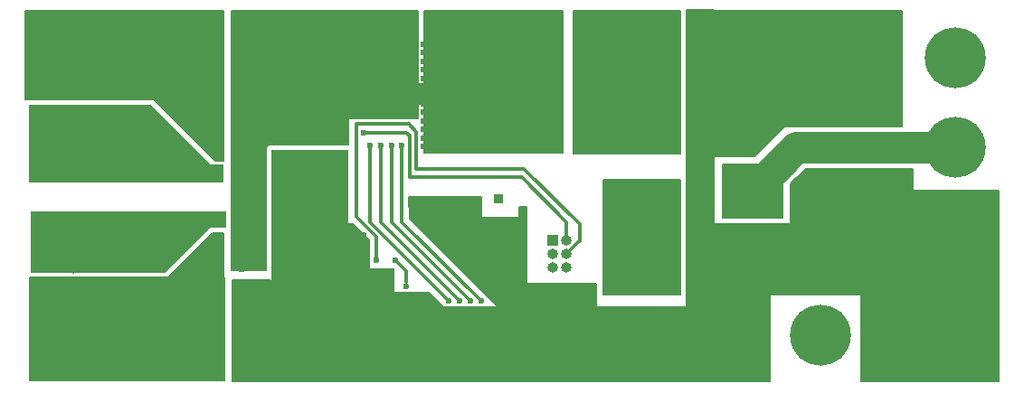
<source format=gbr>
%TF.GenerationSoftware,KiCad,Pcbnew,8.0.1*%
%TF.CreationDate,2024-04-29T22:00:12+02:00*%
%TF.ProjectId,ECU_proj,4543555f-7072-46f6-9a2e-6b696361645f,rev?*%
%TF.SameCoordinates,Original*%
%TF.FileFunction,Copper,L2,Bot*%
%TF.FilePolarity,Positive*%
%FSLAX46Y46*%
G04 Gerber Fmt 4.6, Leading zero omitted, Abs format (unit mm)*
G04 Created by KiCad (PCBNEW 8.0.1) date 2024-04-29 22:00:12*
%MOMM*%
%LPD*%
G01*
G04 APERTURE LIST*
%TA.AperFunction,Conductor*%
%ADD10C,0.200000*%
%TD*%
%TA.AperFunction,Conductor*%
%ADD11C,0.000000*%
%TD*%
%TA.AperFunction,ComponentPad*%
%ADD12C,3.600000*%
%TD*%
%TA.AperFunction,ConnectorPad*%
%ADD13C,5.700000*%
%TD*%
%TA.AperFunction,ComponentPad*%
%ADD14R,1.000000X1.000000*%
%TD*%
%TA.AperFunction,ComponentPad*%
%ADD15O,1.000000X1.000000*%
%TD*%
%TA.AperFunction,ComponentPad*%
%ADD16R,0.850000X0.850000*%
%TD*%
%TA.AperFunction,ViaPad*%
%ADD17C,0.600000*%
%TD*%
%TA.AperFunction,Conductor*%
%ADD18C,0.300000*%
%TD*%
%TA.AperFunction,Conductor*%
%ADD19C,2.000000*%
%TD*%
%TA.AperFunction,Conductor*%
%ADD20C,3.000000*%
%TD*%
G04 APERTURE END LIST*
%TO.N,GND*%
D10*
X118100000Y-80400000D02*
X121700000Y-80400000D01*
X121700000Y-83000000D01*
X118100000Y-83000000D01*
X118100000Y-80400000D01*
%TA.AperFunction,Conductor*%
G36*
X118100000Y-80400000D02*
G01*
X121700000Y-80400000D01*
X121700000Y-83000000D01*
X118100000Y-83000000D01*
X118100000Y-80400000D01*
G37*
%TD.AperFunction*%
D11*
%TA.AperFunction,Conductor*%
G36*
X131000000Y-76600000D02*
G01*
X131000000Y-79300000D01*
X133300000Y-79300000D01*
X133300000Y-81500000D01*
X136500000Y-81500000D01*
X138000000Y-83000000D01*
X128800000Y-83000000D01*
X128800000Y-75100000D01*
X129500000Y-75100000D01*
X131000000Y-76600000D01*
G37*
%TD.AperFunction*%
%TO.N,Net-(J4-Pin_1)*%
D10*
X99200000Y-80200000D02*
X117400000Y-80200000D01*
X117400000Y-89825000D01*
X99200000Y-89825000D01*
X99200000Y-80200000D01*
%TA.AperFunction,Conductor*%
G36*
X99200000Y-80200000D02*
G01*
X117400000Y-80200000D01*
X117400000Y-89825000D01*
X99200000Y-89825000D01*
X99200000Y-80200000D01*
G37*
%TD.AperFunction*%
%TO.N,GND*%
X171800000Y-70000000D02*
X181800000Y-70000000D01*
X181800000Y-72000000D01*
X171800000Y-72000000D01*
X171800000Y-70000000D01*
%TA.AperFunction,Conductor*%
G36*
X171800000Y-70000000D02*
G01*
X181800000Y-70000000D01*
X181800000Y-72000000D01*
X171800000Y-72000000D01*
X171800000Y-70000000D01*
G37*
%TD.AperFunction*%
X145000000Y-73600000D02*
X145600000Y-73600000D01*
X145600000Y-88400000D01*
X145000000Y-88400000D01*
X145000000Y-73600000D01*
%TA.AperFunction,Conductor*%
G36*
X145000000Y-73600000D02*
G01*
X145600000Y-73600000D01*
X145600000Y-88400000D01*
X145000000Y-88400000D01*
X145000000Y-73600000D01*
G37*
%TD.AperFunction*%
D11*
%TA.AperFunction,Conductor*%
%TO.N,Net-(J2-Pin_1)*%
G36*
X116100000Y-69600000D02*
G01*
X117250000Y-69600000D01*
X117250000Y-71250000D01*
X110500000Y-71250000D01*
X110500000Y-64000000D01*
X116100000Y-69600000D01*
G37*
%TD.AperFunction*%
%TO.N,GND*%
D10*
X177000000Y-72000000D02*
X189875000Y-72000000D01*
X189875000Y-89925000D01*
X177000000Y-89925000D01*
X177000000Y-72000000D01*
%TA.AperFunction,Conductor*%
G36*
X177000000Y-72000000D02*
G01*
X189875000Y-72000000D01*
X189875000Y-89925000D01*
X177000000Y-89925000D01*
X177000000Y-72000000D01*
G37*
%TD.AperFunction*%
%TO.N,/DRV8262/VM*%
X122750000Y-61750000D02*
X125000000Y-61750000D01*
X125000000Y-63500000D01*
X122750000Y-63500000D01*
X122750000Y-61750000D01*
%TA.AperFunction,Conductor*%
G36*
X122750000Y-61750000D02*
G01*
X125000000Y-61750000D01*
X125000000Y-63500000D01*
X122750000Y-63500000D01*
X122750000Y-61750000D01*
G37*
%TD.AperFunction*%
%TO.N,GND*%
X163200000Y-55150000D02*
X180800000Y-55150000D01*
X180800000Y-66000000D01*
X163200000Y-66000000D01*
X163200000Y-55150000D01*
%TA.AperFunction,Conductor*%
G36*
X163200000Y-55150000D02*
G01*
X180800000Y-55150000D01*
X180800000Y-66000000D01*
X163200000Y-66000000D01*
X163200000Y-55150000D01*
G37*
%TD.AperFunction*%
%TO.N,/DRV8262/VM*%
X121000000Y-55200000D02*
X123250000Y-55200000D01*
X123250000Y-65750000D01*
X121000000Y-65750000D01*
X121000000Y-55200000D01*
%TA.AperFunction,Conductor*%
G36*
X121000000Y-55200000D02*
G01*
X123250000Y-55200000D01*
X123250000Y-65750000D01*
X121000000Y-65750000D01*
X121000000Y-55200000D01*
G37*
%TD.AperFunction*%
X121000000Y-55200000D02*
X135500000Y-55200000D01*
X135500000Y-65250000D01*
X121000000Y-65250000D01*
X121000000Y-55200000D01*
%TA.AperFunction,Conductor*%
G36*
X121000000Y-55200000D02*
G01*
X135500000Y-55200000D01*
X135500000Y-65250000D01*
X121000000Y-65250000D01*
X121000000Y-55200000D01*
G37*
%TD.AperFunction*%
%TO.N,GND*%
X118100000Y-83000000D02*
X168400000Y-83000000D01*
X168400000Y-89875000D01*
X118100000Y-89875000D01*
X118100000Y-83000000D01*
%TA.AperFunction,Conductor*%
G36*
X118100000Y-83000000D02*
G01*
X168400000Y-83000000D01*
X168400000Y-89875000D01*
X118100000Y-89875000D01*
X118100000Y-83000000D01*
G37*
%TD.AperFunction*%
%TA.AperFunction,Conductor*%
%TO.N,Net-(J3-Pin_1)*%
G36*
X99250000Y-74000000D02*
G01*
X111750000Y-74000000D01*
X111750000Y-79750000D01*
X99250000Y-79750000D01*
X99250000Y-74000000D01*
G37*
%TD.AperFunction*%
%TO.N,GND*%
X160600000Y-75200000D02*
X170400000Y-75200000D01*
X170400000Y-81800000D01*
X160600000Y-81800000D01*
X160600000Y-75200000D01*
%TA.AperFunction,Conductor*%
G36*
X160600000Y-75200000D02*
G01*
X170400000Y-75200000D01*
X170400000Y-81800000D01*
X160600000Y-81800000D01*
X160600000Y-75200000D01*
G37*
%TD.AperFunction*%
X145200000Y-83000000D02*
X143400000Y-83000000D01*
X135000000Y-74600000D01*
X145200000Y-74600000D01*
X145200000Y-83000000D01*
%TA.AperFunction,Conductor*%
G36*
X145200000Y-83000000D02*
G01*
X143400000Y-83000000D01*
X135000000Y-74600000D01*
X145200000Y-74600000D01*
X145200000Y-83000000D01*
G37*
%TD.AperFunction*%
X171800000Y-71400000D02*
X170400000Y-71400000D01*
X171800000Y-70000000D01*
X171800000Y-71400000D01*
%TA.AperFunction,Conductor*%
G36*
X171800000Y-71400000D02*
G01*
X170400000Y-71400000D01*
X171800000Y-70000000D01*
X171800000Y-71400000D01*
G37*
%TD.AperFunction*%
%TA.AperFunction,Conductor*%
%TO.N,Net-(J2-Pin_1)*%
G36*
X99100000Y-64000000D02*
G01*
X110500000Y-64000000D01*
X110500000Y-71250000D01*
X99100000Y-71250000D01*
X99100000Y-64000000D01*
G37*
%TD.AperFunction*%
%TO.N,/DRV8262/VM*%
X136100000Y-55200000D02*
X149000000Y-55200000D01*
X149000000Y-68500000D01*
X136100000Y-68500000D01*
X136100000Y-55200000D01*
%TA.AperFunction,Conductor*%
G36*
X136100000Y-55200000D02*
G01*
X149000000Y-55200000D01*
X149000000Y-68500000D01*
X136100000Y-68500000D01*
X136100000Y-55200000D01*
G37*
%TD.AperFunction*%
X119750000Y-65250000D02*
X129000000Y-65250000D01*
X129000000Y-67750000D01*
X119750000Y-67750000D01*
X119750000Y-65250000D01*
%TA.AperFunction,Conductor*%
G36*
X119750000Y-65250000D02*
G01*
X129000000Y-65250000D01*
X129000000Y-67750000D01*
X119750000Y-67750000D01*
X119750000Y-65250000D01*
G37*
%TD.AperFunction*%
X118000000Y-55150000D02*
X121250000Y-55150000D01*
X121250000Y-79500000D01*
X118000000Y-79500000D01*
X118000000Y-55150000D01*
%TA.AperFunction,Conductor*%
G36*
X118000000Y-55150000D02*
G01*
X121250000Y-55150000D01*
X121250000Y-79500000D01*
X118000000Y-79500000D01*
X118000000Y-55150000D01*
G37*
%TD.AperFunction*%
%TO.N,Net-(J1-Pin_1)*%
X117250000Y-69250000D02*
X116500000Y-69250000D01*
X110750000Y-63500000D01*
X117250000Y-63500000D01*
X117250000Y-69250000D01*
%TA.AperFunction,Conductor*%
G36*
X117250000Y-69250000D02*
G01*
X116500000Y-69250000D01*
X110750000Y-63500000D01*
X117250000Y-63500000D01*
X117250000Y-69250000D01*
G37*
%TD.AperFunction*%
%TO.N,GND*%
X160600000Y-78500000D02*
X168400000Y-78500000D01*
X168400000Y-88400000D01*
X160600000Y-88400000D01*
X160600000Y-78500000D01*
%TA.AperFunction,Conductor*%
G36*
X160600000Y-78500000D02*
G01*
X168400000Y-78500000D01*
X168400000Y-88400000D01*
X160600000Y-88400000D01*
X160600000Y-78500000D01*
G37*
%TD.AperFunction*%
D11*
%TA.AperFunction,Conductor*%
%TO.N,Net-(J3-Pin_1)*%
G36*
X117500000Y-75500000D02*
G01*
X116000000Y-75500000D01*
X111750000Y-79750000D01*
X111750000Y-74000000D01*
X117500000Y-74000000D01*
X117500000Y-75500000D01*
G37*
%TD.AperFunction*%
%TO.N,/Mosfets/A2_65V*%
D10*
X150050000Y-55200000D02*
X160000000Y-55200000D01*
X160000000Y-68600000D01*
X150050000Y-68600000D01*
X150050000Y-55200000D01*
%TA.AperFunction,Conductor*%
G36*
X150050000Y-55200000D02*
G01*
X160000000Y-55200000D01*
X160000000Y-68600000D01*
X150050000Y-68600000D01*
X150050000Y-55200000D01*
G37*
%TD.AperFunction*%
%TO.N,+48V*%
X164000000Y-69600000D02*
X169600000Y-69600000D01*
X169600000Y-74600000D01*
X164000000Y-74600000D01*
X164000000Y-69600000D01*
%TA.AperFunction,Conductor*%
G36*
X164000000Y-69600000D02*
G01*
X169600000Y-69600000D01*
X169600000Y-74600000D01*
X164000000Y-74600000D01*
X164000000Y-69600000D01*
G37*
%TD.AperFunction*%
%TO.N,/Mosfets/A1_12V*%
X152800000Y-71000000D02*
X160000000Y-71000000D01*
X160000000Y-81800000D01*
X152800000Y-81800000D01*
X152800000Y-71000000D01*
%TA.AperFunction,Conductor*%
G36*
X152800000Y-71000000D02*
G01*
X160000000Y-71000000D01*
X160000000Y-81800000D01*
X152800000Y-81800000D01*
X152800000Y-71000000D01*
G37*
%TD.AperFunction*%
%TO.N,/DRV8262/VM*%
X119750000Y-67750000D02*
X121250000Y-67750000D01*
X121250000Y-79500000D01*
X119750000Y-79500000D01*
X119750000Y-67750000D01*
%TA.AperFunction,Conductor*%
G36*
X119750000Y-67750000D02*
G01*
X121250000Y-67750000D01*
X121250000Y-79500000D01*
X119750000Y-79500000D01*
X119750000Y-67750000D01*
G37*
%TD.AperFunction*%
%TO.N,Net-(J1-Pin_1)*%
X98750000Y-55175000D02*
X117250000Y-55175000D01*
X117250000Y-63500000D01*
X98750000Y-63500000D01*
X98750000Y-55175000D01*
%TA.AperFunction,Conductor*%
G36*
X98750000Y-55175000D02*
G01*
X117250000Y-55175000D01*
X117250000Y-63500000D01*
X98750000Y-63500000D01*
X98750000Y-55175000D01*
G37*
%TD.AperFunction*%
%TO.N,GND*%
X170400000Y-71400000D02*
X177000000Y-71400000D01*
X177000000Y-81800000D01*
X170400000Y-81800000D01*
X170400000Y-71400000D01*
%TA.AperFunction,Conductor*%
G36*
X170400000Y-71400000D02*
G01*
X177000000Y-71400000D01*
X177000000Y-81800000D01*
X170400000Y-81800000D01*
X170400000Y-71400000D01*
G37*
%TD.AperFunction*%
X145600000Y-80800000D02*
X152200000Y-80800000D01*
X152200000Y-83000000D01*
X145600000Y-83000000D01*
X145600000Y-80800000D01*
%TA.AperFunction,Conductor*%
G36*
X145600000Y-80800000D02*
G01*
X152200000Y-80800000D01*
X152200000Y-83000000D01*
X145600000Y-83000000D01*
X145600000Y-80800000D01*
G37*
%TD.AperFunction*%
X141400000Y-77200000D02*
X137600000Y-77200000D01*
X136600000Y-76200000D01*
X136600000Y-72600000D01*
X141400000Y-72600000D01*
X141400000Y-77200000D01*
%TA.AperFunction,Conductor*%
G36*
X141400000Y-77200000D02*
G01*
X137600000Y-77200000D01*
X136600000Y-76200000D01*
X136600000Y-72600000D01*
X141400000Y-72600000D01*
X141400000Y-77200000D01*
G37*
%TD.AperFunction*%
X160600000Y-55100000D02*
X163200000Y-55100000D01*
X163200000Y-75200000D01*
X160600000Y-75200000D01*
X160600000Y-55100000D01*
%TA.AperFunction,Conductor*%
G36*
X160600000Y-55100000D02*
G01*
X163200000Y-55100000D01*
X163200000Y-75200000D01*
X160600000Y-75200000D01*
X160600000Y-55100000D01*
G37*
%TD.AperFunction*%
X136600000Y-76200000D02*
X143400000Y-83000000D01*
X142900000Y-82900000D01*
X134700000Y-74700000D01*
X134600000Y-72600000D01*
X136600000Y-72600000D01*
X136600000Y-76200000D01*
%TA.AperFunction,Conductor*%
G36*
X136600000Y-76200000D02*
G01*
X143400000Y-83000000D01*
X142900000Y-82900000D01*
X134700000Y-74700000D01*
X134600000Y-72600000D01*
X136600000Y-72600000D01*
X136600000Y-76200000D01*
G37*
%TD.AperFunction*%
X167000000Y-68800000D02*
X167000000Y-66000000D01*
X169800000Y-66000000D01*
X167000000Y-68800000D01*
%TA.AperFunction,Conductor*%
G36*
X167000000Y-68800000D02*
G01*
X167000000Y-66000000D01*
X169800000Y-66000000D01*
X167000000Y-68800000D01*
G37*
%TD.AperFunction*%
X163200000Y-66000000D02*
X167000000Y-66000000D01*
X167000000Y-68800000D01*
X163200000Y-68800000D01*
X163200000Y-66000000D01*
%TA.AperFunction,Conductor*%
G36*
X163200000Y-66000000D02*
G01*
X167000000Y-66000000D01*
X167000000Y-68800000D01*
X163200000Y-68800000D01*
X163200000Y-66000000D01*
G37*
%TD.AperFunction*%
%TA.AperFunction,Conductor*%
G36*
X121750000Y-68250000D02*
G01*
X129000000Y-68250000D01*
X129000000Y-90025000D01*
X121750000Y-90025000D01*
X121750000Y-68250000D01*
G37*
%TD.AperFunction*%
%TO.N,Net-(J4-Pin_1)*%
X117250000Y-80250000D02*
X112000000Y-80250000D01*
X116250000Y-76000000D01*
X117250000Y-76000000D01*
X117250000Y-80250000D01*
%TA.AperFunction,Conductor*%
G36*
X117250000Y-80250000D02*
G01*
X112000000Y-80250000D01*
X116250000Y-76000000D01*
X117250000Y-76000000D01*
X117250000Y-80250000D01*
G37*
%TD.AperFunction*%
%TD*%
D12*
%TO.P,J1,1,Pin_1*%
%TO.N,Net-(J1-Pin_1)*%
X103200000Y-59600000D03*
D13*
X103200000Y-59600000D03*
%TD*%
D12*
%TO.P,J9,1,Pin_1*%
%TO.N,+48V*%
X185800000Y-68000000D03*
D13*
X185800000Y-68000000D03*
%TD*%
D14*
%TO.P,J10,1,Pin_1*%
%TO.N,/Attiny/SDA*%
X148130000Y-76660000D03*
D15*
%TO.P,J10,2,Pin_2*%
%TO.N,/DRV8262/enable*%
X149400000Y-76660000D03*
%TO.P,J10,3,Pin_3*%
%TO.N,/Attiny/SCL*%
X148130000Y-77930000D03*
%TO.P,J10,4,Pin_4*%
%TO.N,/DRV8262/fault*%
X149400000Y-77930000D03*
%TO.P,J10,5,Pin_5*%
%TO.N,/Attiny/trg2*%
X148130000Y-79200000D03*
%TO.P,J10,6,Pin_6*%
%TO.N,/Attiny/trg1*%
X149400000Y-79200000D03*
%TD*%
D12*
%TO.P,J2,1,Pin_1*%
%TO.N,Net-(J2-Pin_1)*%
X103200000Y-68266666D03*
D13*
X103200000Y-68266666D03*
%TD*%
D12*
%TO.P,J5,1,Pin_1*%
%TO.N,GND*%
X180400000Y-85600000D03*
D13*
X180400000Y-85600000D03*
%TD*%
D12*
%TO.P,J7,1,Pin_1*%
%TO.N,+3.3V*%
X173200000Y-85600000D03*
D13*
X173200000Y-85600000D03*
%TD*%
D12*
%TO.P,J3,1,Pin_1*%
%TO.N,Net-(J3-Pin_1)*%
X103200000Y-76933332D03*
D13*
X103200000Y-76933332D03*
%TD*%
D12*
%TO.P,J4,1,Pin_1*%
%TO.N,Net-(J4-Pin_1)*%
X103200000Y-85600000D03*
D13*
X103200000Y-85600000D03*
%TD*%
D12*
%TO.P,J8,1,Pin_1*%
%TO.N,+12V*%
X185800000Y-59600000D03*
D13*
X185800000Y-59600000D03*
%TD*%
D16*
%TO.P,J11,1,Pin_1*%
%TO.N,/Attiny/UPDI*%
X143000000Y-72800000D03*
%TD*%
D12*
%TO.P,J6,1,Pin_1*%
%TO.N,GND*%
X124812000Y-85600000D03*
D13*
X124812000Y-85600000D03*
%TD*%
D17*
%TO.N,GND*%
X145300000Y-73900000D03*
%TO.N,Net-(J3-Pin_1)*%
X116250000Y-74500000D03*
X114750000Y-76000000D03*
X114750000Y-75250000D03*
X116250000Y-75250000D03*
X114000000Y-76000000D03*
X115500000Y-75250000D03*
X114000000Y-76750000D03*
X115500000Y-74500000D03*
X114000000Y-74500000D03*
X114000000Y-75250000D03*
X117000000Y-74500000D03*
X117000000Y-75250000D03*
X114750000Y-74500000D03*
%TO.N,Net-(J4-Pin_1)*%
X115250000Y-78750000D03*
X114500000Y-79500000D03*
X116000000Y-77250000D03*
X115250000Y-79500000D03*
X114500000Y-78750000D03*
X116000000Y-78000000D03*
X116750000Y-78000000D03*
X116750000Y-79500000D03*
X116750000Y-77250000D03*
X116000000Y-78750000D03*
X116750000Y-78750000D03*
X116000000Y-79500000D03*
X115250000Y-78000000D03*
X116750000Y-76500000D03*
%TO.N,Net-(J1-Pin_1)*%
X114500000Y-66500000D03*
X115250000Y-67250000D03*
X116750000Y-68750000D03*
X116000000Y-68000000D03*
X116750000Y-66500000D03*
X116000000Y-67250000D03*
X116000000Y-66500000D03*
X116750000Y-67250000D03*
X115250000Y-66500000D03*
X116750000Y-68000000D03*
%TO.N,Net-(J2-Pin_1)*%
X113750000Y-70000000D03*
X113750000Y-69250000D03*
X116750000Y-70750000D03*
X114500000Y-70750000D03*
X115250000Y-70000000D03*
X113750000Y-70750000D03*
X116750000Y-70000000D03*
X114500000Y-69250000D03*
X114500000Y-70000000D03*
X116000000Y-70000000D03*
X113750000Y-68500000D03*
X116000000Y-70750000D03*
X115250000Y-70750000D03*
%TO.N,/DRV8262/VM*%
X138000000Y-63900000D03*
X142000000Y-67900000D03*
X140000000Y-61500000D03*
X118400000Y-72280000D03*
X136000000Y-64700000D03*
X118400000Y-78630000D03*
X140000000Y-60700000D03*
X140000000Y-58300000D03*
X119600000Y-66566000D03*
X137000000Y-58300000D03*
X139000000Y-63900000D03*
X140000000Y-63100000D03*
X143000000Y-59900000D03*
X136000000Y-62300000D03*
X142000000Y-67100000D03*
X140000000Y-66300000D03*
X119600000Y-72280000D03*
X142000000Y-63100000D03*
X119000000Y-72280000D03*
X136000000Y-61500000D03*
X140000000Y-63900000D03*
X137000000Y-67100000D03*
X119000000Y-66566000D03*
X119000000Y-59500000D03*
X137000000Y-60700000D03*
X140000000Y-59100000D03*
X139000000Y-59100000D03*
X141000000Y-59100000D03*
X136000000Y-67100000D03*
X118250000Y-61000000D03*
X119000000Y-58000000D03*
X143000000Y-61500000D03*
X138000000Y-61500000D03*
X119000000Y-72916000D03*
X142000000Y-58300000D03*
X137000000Y-64700000D03*
X143000000Y-62300000D03*
X143000000Y-65500000D03*
X141000000Y-62300000D03*
X141000000Y-58300000D03*
X138000000Y-67100000D03*
X118400000Y-72916000D03*
X137000000Y-63100000D03*
X138000000Y-59100000D03*
X143000000Y-59100000D03*
X119750000Y-61000000D03*
X118250000Y-59500000D03*
X119600000Y-78630000D03*
X137000000Y-59100000D03*
X139000000Y-62300000D03*
X139000000Y-67900000D03*
X138000000Y-66300000D03*
X141000000Y-64700000D03*
X141000000Y-59900000D03*
X119000000Y-78630000D03*
X136000000Y-58300000D03*
X139000000Y-64700000D03*
X118250000Y-58750000D03*
X143000000Y-63100000D03*
X119750000Y-60250000D03*
X142000000Y-64700000D03*
X136000000Y-66300000D03*
X139000000Y-63100000D03*
X119750000Y-58000000D03*
X139000000Y-67100000D03*
X119750000Y-59500000D03*
X119000000Y-61000000D03*
X140000000Y-65500000D03*
X138000000Y-62300000D03*
X136000000Y-67900000D03*
X143000000Y-66300000D03*
X137000000Y-66300000D03*
X140000000Y-59900000D03*
X142000000Y-59900000D03*
X137000000Y-61500000D03*
X141000000Y-61500000D03*
X138000000Y-58300000D03*
X118250000Y-60250000D03*
X118400000Y-66566000D03*
X136000000Y-65500000D03*
X139000000Y-59900000D03*
X119750000Y-58750000D03*
X138000000Y-63100000D03*
X141000000Y-60700000D03*
X143000000Y-58300000D03*
X139000000Y-58300000D03*
X140000000Y-67900000D03*
X142000000Y-61500000D03*
X137000000Y-62300000D03*
X138000000Y-67900000D03*
X138000000Y-60700000D03*
X139000000Y-66300000D03*
X142000000Y-59100000D03*
X143000000Y-63900000D03*
X139000000Y-61500000D03*
X142000000Y-66300000D03*
X120200000Y-63600000D03*
X142000000Y-65500000D03*
X141000000Y-66300000D03*
X143000000Y-67900000D03*
X136000000Y-63900000D03*
X137000000Y-63900000D03*
X140000000Y-64700000D03*
X141000000Y-65500000D03*
X139000000Y-60700000D03*
X137000000Y-65500000D03*
X143000000Y-64700000D03*
X119000000Y-60250000D03*
X139000000Y-65500000D03*
X119000000Y-58750000D03*
X141000000Y-63900000D03*
X138000000Y-64700000D03*
X140000000Y-67100000D03*
X141000000Y-67100000D03*
X138000000Y-59900000D03*
X136000000Y-59900000D03*
X137000000Y-67900000D03*
X141000000Y-67900000D03*
X136000000Y-63100000D03*
X118250000Y-58000000D03*
X143000000Y-60700000D03*
X136000000Y-60700000D03*
X143000000Y-67100000D03*
X142000000Y-62300000D03*
X137000000Y-59900000D03*
X140000000Y-62300000D03*
X141000000Y-63100000D03*
X136000000Y-59100000D03*
X138000000Y-65500000D03*
X142000000Y-63900000D03*
X142000000Y-60700000D03*
X119600000Y-72916000D03*
%TO.N,/Mosfets/A2_65V*%
X156400000Y-65650000D03*
X154000000Y-66450000D03*
X153200000Y-59250000D03*
X158000000Y-59250000D03*
X153200000Y-67250000D03*
X159600000Y-63250000D03*
X154800000Y-64050000D03*
X154800000Y-68050000D03*
X154000000Y-64050000D03*
X156400000Y-61650000D03*
X157200000Y-64850000D03*
X154800000Y-60050000D03*
X159600000Y-62450000D03*
X158800000Y-63250000D03*
X158800000Y-60050000D03*
X153200000Y-63250000D03*
X156400000Y-60850000D03*
X153200000Y-61650000D03*
X157200000Y-59250000D03*
X157200000Y-60050000D03*
X155600000Y-65650000D03*
X158000000Y-66450000D03*
X158800000Y-65650000D03*
X155600000Y-58450000D03*
X157200000Y-65650000D03*
X159600000Y-64050000D03*
X154000000Y-63250000D03*
X157200000Y-58450000D03*
X154800000Y-64850000D03*
X159600000Y-67250000D03*
X155600000Y-66450000D03*
X156400000Y-60050000D03*
X158800000Y-68050000D03*
X158800000Y-66450000D03*
X153200000Y-62450000D03*
X155600000Y-64850000D03*
X156400000Y-64050000D03*
X154000000Y-68050000D03*
X153200000Y-65650000D03*
X159600000Y-65650000D03*
X158800000Y-62450000D03*
X156400000Y-67250000D03*
X156400000Y-64850000D03*
X154800000Y-58450000D03*
X153200000Y-68050000D03*
X158000000Y-65650000D03*
X157200000Y-63250000D03*
X158000000Y-60050000D03*
X154000000Y-67250000D03*
X154000000Y-58450000D03*
X158000000Y-61650000D03*
X158000000Y-58450000D03*
X155600000Y-64050000D03*
X154800000Y-63250000D03*
X158000000Y-67250000D03*
X158800000Y-67250000D03*
X156400000Y-66450000D03*
X157200000Y-60850000D03*
X154000000Y-59250000D03*
X155600000Y-62450000D03*
X154800000Y-60850000D03*
X153200000Y-60050000D03*
X154000000Y-60050000D03*
X157200000Y-64050000D03*
X155600000Y-61650000D03*
X154800000Y-62450000D03*
X154000000Y-60850000D03*
X154800000Y-59250000D03*
X153200000Y-64050000D03*
X159600000Y-58450000D03*
X153200000Y-66450000D03*
X156400000Y-68050000D03*
X156400000Y-62450000D03*
X154800000Y-65650000D03*
X155600000Y-68050000D03*
X157200000Y-61650000D03*
X154000000Y-61650000D03*
X159600000Y-64850000D03*
X153200000Y-64850000D03*
X154000000Y-62450000D03*
X159600000Y-60050000D03*
X155600000Y-63250000D03*
X154800000Y-67250000D03*
X158800000Y-64850000D03*
X158000000Y-60850000D03*
X154800000Y-61650000D03*
X155600000Y-67250000D03*
X159600000Y-68050000D03*
X158000000Y-68050000D03*
X156400000Y-58450000D03*
X155600000Y-59250000D03*
X157200000Y-66450000D03*
X157200000Y-62450000D03*
X158800000Y-58450000D03*
X154800000Y-66450000D03*
X157200000Y-68050000D03*
X159600000Y-61650000D03*
X154000000Y-64850000D03*
X158000000Y-62450000D03*
X158000000Y-64850000D03*
X158800000Y-64050000D03*
X158000000Y-64050000D03*
X157200000Y-67250000D03*
X156400000Y-59250000D03*
X156400000Y-63250000D03*
X159600000Y-59250000D03*
X158800000Y-59250000D03*
X159600000Y-66450000D03*
X155600000Y-60850000D03*
X159600000Y-60850000D03*
X153200000Y-60850000D03*
X158800000Y-61650000D03*
X155600000Y-60050000D03*
X158000000Y-63250000D03*
X158800000Y-60850000D03*
X153200000Y-58450000D03*
X154000000Y-65650000D03*
%TO.N,GND*%
X125600000Y-74600000D03*
X160000000Y-88000000D03*
X124000000Y-72200000D03*
X125600000Y-75400000D03*
X125600000Y-71400000D03*
X123200000Y-76200000D03*
X160000000Y-88750000D03*
X124800000Y-75400000D03*
X186050000Y-84700000D03*
X124000000Y-74600000D03*
X162250000Y-88000000D03*
X124800000Y-69000000D03*
X160750000Y-88000000D03*
X163000000Y-88750000D03*
X124800000Y-73800000D03*
X162250000Y-87250000D03*
X166000000Y-88750000D03*
X123200000Y-71400000D03*
X161500000Y-88000000D03*
X124000000Y-69800000D03*
X123200000Y-70600000D03*
X125600000Y-70600000D03*
X167500000Y-88750000D03*
X123200000Y-69000000D03*
X125600000Y-69000000D03*
X174000000Y-74800000D03*
X160000000Y-87250000D03*
X124800000Y-72200000D03*
X125600000Y-69800000D03*
X186050000Y-85450000D03*
X126400000Y-76200000D03*
X166000000Y-87250000D03*
X185300000Y-86200000D03*
X186800000Y-87700000D03*
X124000000Y-69000000D03*
X165250000Y-87250000D03*
X124000000Y-76200000D03*
X166750000Y-88750000D03*
X160750000Y-88750000D03*
X165250000Y-88750000D03*
X148400000Y-81400000D03*
X186050000Y-86200000D03*
X126400000Y-71400000D03*
X166000000Y-88000000D03*
X126400000Y-72200000D03*
X126400000Y-73000000D03*
X186800000Y-84700000D03*
X162250000Y-88750000D03*
X167500000Y-87250000D03*
X124000000Y-73800000D03*
X185300000Y-87700000D03*
X174000000Y-61600000D03*
X161500000Y-87250000D03*
X180000000Y-75000000D03*
X161500000Y-88750000D03*
X126400000Y-70600000D03*
X135400000Y-75000000D03*
X124000000Y-73000000D03*
X130400000Y-76200000D03*
X123200000Y-69800000D03*
X180000000Y-62000000D03*
X185300000Y-85450000D03*
X166750000Y-88000000D03*
X185300000Y-84700000D03*
X123200000Y-72200000D03*
X185300000Y-88450000D03*
X164500000Y-88750000D03*
X124800000Y-69800000D03*
X124800000Y-73000000D03*
X123200000Y-74600000D03*
X126400000Y-69800000D03*
X186800000Y-86200000D03*
X124800000Y-71400000D03*
X124800000Y-76200000D03*
X174000000Y-73600000D03*
X166750000Y-87250000D03*
X163000000Y-87250000D03*
X124800000Y-70600000D03*
X126400000Y-73800000D03*
X165250000Y-88000000D03*
X124000000Y-70600000D03*
X125600000Y-73000000D03*
X186800000Y-86950000D03*
X160750000Y-87250000D03*
X123200000Y-75400000D03*
X185300000Y-86950000D03*
X123200000Y-73000000D03*
X186800000Y-85450000D03*
X125600000Y-72200000D03*
X163750000Y-87250000D03*
X124000000Y-71400000D03*
X124000000Y-75400000D03*
X136000000Y-73200000D03*
X174000000Y-60400000D03*
X125600000Y-73800000D03*
X126400000Y-74600000D03*
X123200000Y-73800000D03*
X163000000Y-88000000D03*
X186050000Y-87700000D03*
X125600000Y-76200000D03*
X186050000Y-86950000D03*
X186800000Y-88450000D03*
X164500000Y-87250000D03*
X124800000Y-74600000D03*
X126400000Y-75400000D03*
X163750000Y-88750000D03*
X167500000Y-88000000D03*
X164500000Y-88000000D03*
X126400000Y-69000000D03*
X186050000Y-88450000D03*
X163750000Y-88000000D03*
%TO.N,+48V*%
X168400000Y-70800000D03*
X165200000Y-72400000D03*
X169200000Y-70000000D03*
X169200000Y-72400000D03*
X166000000Y-72400000D03*
X167600000Y-70000000D03*
X164400000Y-70800000D03*
X167600000Y-71600000D03*
X166800000Y-71600000D03*
X165200000Y-70000000D03*
X166000000Y-70800000D03*
X165200000Y-70800000D03*
X168400000Y-71600000D03*
X169200000Y-70800000D03*
X166800000Y-72400000D03*
X169200000Y-71600000D03*
X164400000Y-72400000D03*
X167600000Y-72400000D03*
X164400000Y-71600000D03*
X166800000Y-70800000D03*
X166000000Y-71600000D03*
X166000000Y-70000000D03*
X167600000Y-70800000D03*
X168400000Y-72400000D03*
X166800000Y-70000000D03*
X164400000Y-70000000D03*
X168400000Y-70000000D03*
X165200000Y-71600000D03*
%TO.N,/Mosfets/A1_12V*%
X154800000Y-79600000D03*
X154000000Y-78000000D03*
X157200000Y-80400000D03*
X154800000Y-72400000D03*
X154800000Y-74000000D03*
X158000000Y-79600000D03*
X158000000Y-77200000D03*
X154000000Y-74000000D03*
X154000000Y-71600000D03*
X159600000Y-75600000D03*
X156400000Y-78800000D03*
X156400000Y-72400000D03*
X156400000Y-78000000D03*
X159600000Y-78000000D03*
X157200000Y-76400000D03*
X158800000Y-78800000D03*
X155600000Y-75600000D03*
X158800000Y-78000000D03*
X155600000Y-74000000D03*
X153200000Y-74800000D03*
X154000000Y-81200000D03*
X157200000Y-71600000D03*
X154000000Y-78800000D03*
X158800000Y-77200000D03*
X158000000Y-74800000D03*
X158800000Y-79600000D03*
X155600000Y-81200000D03*
X154800000Y-71600000D03*
X155600000Y-79600000D03*
X157200000Y-81200000D03*
X153200000Y-80400000D03*
X158000000Y-75600000D03*
X154000000Y-72400000D03*
X154000000Y-80400000D03*
X153200000Y-76400000D03*
X157200000Y-74000000D03*
X155600000Y-71600000D03*
X156400000Y-80400000D03*
X159600000Y-79600000D03*
X157200000Y-72400000D03*
X156400000Y-71600000D03*
X154000000Y-74800000D03*
X158000000Y-74000000D03*
X158000000Y-80400000D03*
X153200000Y-74000000D03*
X157200000Y-75600000D03*
X154000000Y-79600000D03*
X159600000Y-77200000D03*
X154800000Y-78800000D03*
X159600000Y-76400000D03*
X158800000Y-71600000D03*
X158000000Y-78800000D03*
X155600000Y-73200000D03*
X158800000Y-75600000D03*
X155600000Y-72400000D03*
X154800000Y-74800000D03*
X158000000Y-73200000D03*
X153200000Y-72400000D03*
X153200000Y-78800000D03*
X154800000Y-80400000D03*
X158000000Y-81200000D03*
X153200000Y-81200000D03*
X153200000Y-75600000D03*
X158800000Y-74800000D03*
X159600000Y-81200000D03*
X155600000Y-77200000D03*
X157200000Y-74800000D03*
X154000000Y-76400000D03*
X155600000Y-74800000D03*
X158000000Y-71600000D03*
X158800000Y-72400000D03*
X157200000Y-78000000D03*
X158800000Y-73200000D03*
X156400000Y-74800000D03*
X154800000Y-75600000D03*
X155600000Y-78000000D03*
X153200000Y-79600000D03*
X154800000Y-81200000D03*
X153200000Y-71600000D03*
X157200000Y-79600000D03*
X154000000Y-77200000D03*
X158800000Y-76400000D03*
X158800000Y-81200000D03*
X159600000Y-71600000D03*
X156400000Y-81200000D03*
X156400000Y-74000000D03*
X158000000Y-72400000D03*
X159600000Y-78800000D03*
X158800000Y-74000000D03*
X157200000Y-78800000D03*
X153200000Y-77200000D03*
X155600000Y-78800000D03*
X154800000Y-76400000D03*
X156400000Y-77200000D03*
X159600000Y-72400000D03*
X158000000Y-76400000D03*
X158000000Y-78000000D03*
X154000000Y-75600000D03*
X155600000Y-76400000D03*
X153200000Y-73200000D03*
X156400000Y-73200000D03*
X159600000Y-80400000D03*
X156400000Y-79600000D03*
X159600000Y-74000000D03*
X157200000Y-77200000D03*
X154800000Y-77200000D03*
X159600000Y-73200000D03*
X154000000Y-73200000D03*
X154800000Y-73200000D03*
X159600000Y-74800000D03*
X157200000Y-73200000D03*
X158800000Y-80400000D03*
X154800000Y-78000000D03*
X156400000Y-76400000D03*
X156400000Y-75600000D03*
X155600000Y-80400000D03*
X153200000Y-78000000D03*
%TO.N,/Attiny/IN1*%
X138400000Y-82400000D03*
X131000000Y-67800000D03*
%TO.N,/Attiny/IN2*%
X139400000Y-82400000D03*
X132000000Y-67800000D03*
%TO.N,/Attiny/IN3*%
X133000000Y-67800000D03*
X140400000Y-82400000D03*
%TO.N,/Attiny/IN4*%
X134000000Y-67800000D03*
X141400000Y-82400000D03*
%TO.N,Net-(IC1-DVDD)*%
X134400000Y-81000000D03*
X133400000Y-78600000D03*
%TO.N,/DRV8262/enable*%
X130400000Y-66600000D03*
%TO.N,/DRV8262/fault*%
X131600000Y-78600000D03*
%TD*%
D18*
%TO.N,/DRV8262/enable*%
X134700000Y-66900000D02*
X134700000Y-70800000D01*
X134700000Y-70800000D02*
X145200000Y-70800000D01*
X149400000Y-75000000D02*
X149400000Y-76660000D01*
X134400000Y-66600000D02*
X134700000Y-66900000D01*
X145200000Y-70800000D02*
X149400000Y-75000000D01*
X130400000Y-66600000D02*
X134400000Y-66600000D01*
%TO.N,/DRV8262/fault*%
X150530000Y-76800000D02*
X149400000Y-77930000D01*
X150600000Y-75200000D02*
X150600000Y-76800000D01*
X150600000Y-76800000D02*
X150530000Y-76800000D01*
X134600000Y-65800000D02*
X135300000Y-66500000D01*
X135300000Y-66500000D02*
X135300000Y-70000000D01*
X129750000Y-65800000D02*
X134600000Y-65800000D01*
X135300000Y-70000000D02*
X145400000Y-70000000D01*
X129750000Y-74511386D02*
X129750000Y-65800000D01*
X131600000Y-76361386D02*
X129750000Y-74511386D01*
X145400000Y-70000000D02*
X150600000Y-75200000D01*
X131600000Y-78600000D02*
X131600000Y-76361386D01*
%TO.N,Net-(IC1-DVDD)*%
X134375735Y-79575735D02*
X134375735Y-80575735D01*
X133400000Y-78600000D02*
X134375735Y-79575735D01*
D10*
X134375735Y-80575735D02*
X134400000Y-80600000D01*
X134400000Y-80600000D02*
X134400000Y-81000000D01*
D19*
%TO.N,/DRV8262/VM*%
X119000000Y-69400000D02*
X119000000Y-72916000D01*
X121400000Y-66566000D02*
X124966000Y-63000000D01*
X119000000Y-66566000D02*
X119000000Y-68200000D01*
X119000000Y-72280000D02*
X119000000Y-75800000D01*
X119000000Y-75800000D02*
X119000000Y-78630000D01*
X119000000Y-68200000D02*
X119000000Y-69400000D01*
D10*
X120200000Y-65966000D02*
X120200000Y-63600000D01*
D19*
X119000000Y-68200000D02*
X119766000Y-68200000D01*
X138900000Y-63000000D02*
X139000000Y-63100000D01*
X137334000Y-65466000D02*
X139700000Y-63100000D01*
X119766000Y-68200000D02*
X121400000Y-66566000D01*
D10*
X119600000Y-66566000D02*
X120200000Y-65966000D01*
D19*
X119000000Y-66566000D02*
X121400000Y-66566000D01*
X124966000Y-63000000D02*
X138900000Y-63000000D01*
D10*
%TO.N,GND*%
X148400000Y-81400000D02*
X145800000Y-81400000D01*
X145800000Y-81400000D02*
X145400000Y-81800000D01*
X148400000Y-83800000D02*
X146500000Y-85700000D01*
X148400000Y-81400000D02*
X148400000Y-83800000D01*
X135400000Y-75000000D02*
X146100000Y-85700000D01*
X146100000Y-85700000D02*
X146500000Y-85700000D01*
X137200000Y-74400000D02*
X137200000Y-75600000D01*
D18*
X130400000Y-76200000D02*
X126400000Y-76200000D01*
D10*
X136000000Y-73200000D02*
X137200000Y-74400000D01*
X137200000Y-75600000D02*
X143400000Y-81800000D01*
D20*
%TO.N,+48V*%
X170900000Y-68000000D02*
X166800000Y-72100000D01*
X185800000Y-68000000D02*
X170900000Y-68000000D01*
D18*
%TO.N,/Attiny/IN1*%
X131000000Y-75000000D02*
X131000000Y-67800000D01*
X138400000Y-82400000D02*
X131000000Y-75000000D01*
%TO.N,/Attiny/IN2*%
X139400000Y-82400000D02*
X132000000Y-75000000D01*
X132000000Y-75000000D02*
X132000000Y-67800000D01*
%TO.N,/Attiny/IN3*%
X133000000Y-75000000D02*
X133000000Y-67800000D01*
X140400000Y-82400000D02*
X133000000Y-75000000D01*
%TO.N,/Attiny/IN4*%
X134000000Y-75000000D02*
X134000000Y-67800000D01*
X141400000Y-82400000D02*
X134000000Y-75000000D01*
%TD*%
M02*

</source>
